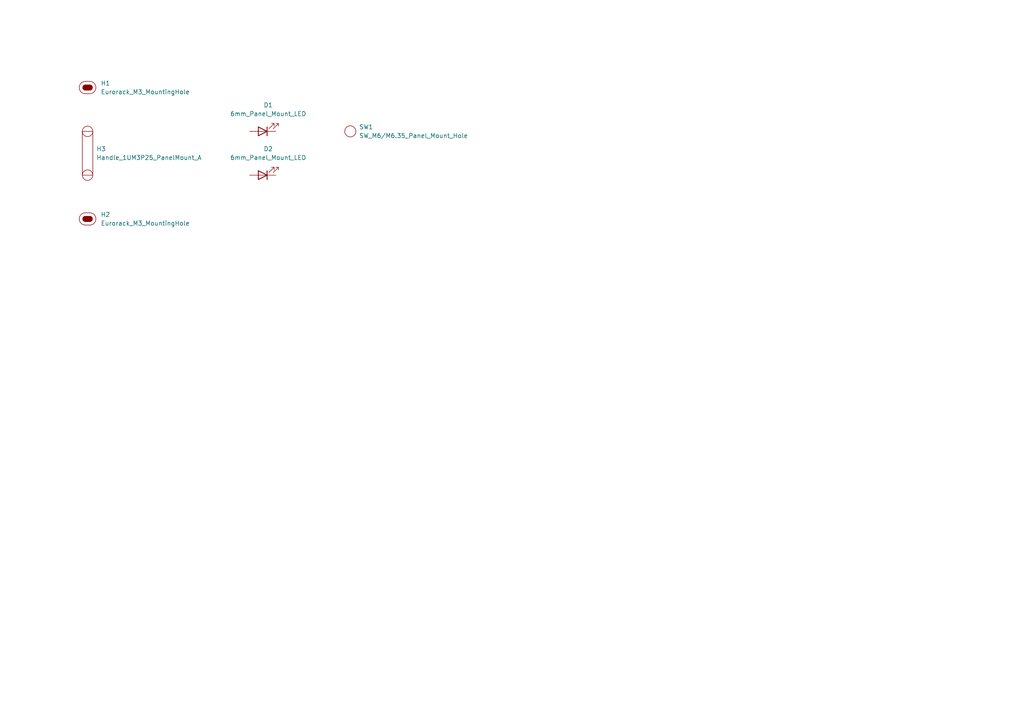
<source format=kicad_sch>
(kicad_sch (version 20250114) (generator "eeschema") (generator_version "9.0")
  (paper "A4")
  (lib_symbols
    (symbol "EXC:6mm_Panel_Mount_LED" (pin_numbers (hide yes)) (pin_names (offset 1.016) (hide yes))
      (property "Reference" "D" (at 0 2.54 0))
      (property "Value" "6mm_Panel_Mount_LED" (at 0 -3.556 0))
      (symbol "6mm_Panel_Mount_LED_0_1"
        (polyline (pts (xy -1.27 1.27) (xy -1.27 -1.27) (xy 1.27 0) (xy -1.27 1.27)) (stroke (width 0.254)))
        (polyline (pts (xy 1.27 1.27) (xy 1.27 -1.27)) (stroke (width 0.254)))
        (polyline (pts (xy 1.27 0) (xy -1.27 0)))
        (polyline (pts (xy 1.778 0.762) (xy 3.302 2.286) (xy 2.54 2.286) (xy 3.302 2.286) (xy 3.302 1.524)))
        (polyline (pts (xy 3.048 0.762) (xy 4.572 2.286) (xy 3.81 2.286) (xy 4.572 2.286) (xy 4.572 1.524)))
      )
      (symbol "6mm_Panel_Mount_LED_1_1"
        (pin passive line (at -3.81 0 0) (length 2.54) (name "A") (number "2"))
        (pin passive line (at 3.81 0 180) (length 2.54) (name "K") (number "1"))
      )
    )
    (symbol "EXC:Eurorack_M3_MountingHole" (pin_names (offset 1.016))
      (property "Reference" "H" (at 0 5.08 0))
      (property "Value" "Eurorack_M3_MountingHole" (at 0 3.175 0))
      (symbol "Eurorack_M3_MountingHole_0_1"
        (polyline (pts (xy -0.635 0.762) (xy 0.635 0.762)))
        (circle (center -0.635 0) (radius 0.762) (fill (type outline)))
        (arc (start -0.635 -0.762) (mid -1.397 0) (end -0.635 0.762))
        (arc (start -0.635 -1.778) (mid -2.413 0) (end -0.635 1.778))
        (polyline (pts (xy -0.635 -0.762) (xy 0.635 -0.762)))
        (polyline (pts (xy -0.635 -1.778) (xy 0.635 -1.778)))
        (circle (center 0 0) (radius 0.762) (fill (type outline)))
        (polyline (pts (xy 0.635 1.778) (xy -0.635 1.778)))
        (arc (start 0.6141 1.778) (mid 2.4131 0) (end 0.6141 -1.778))
        (arc (start 0.6227 0.762) (mid 1.3971 0) (end 0.6227 -0.762))
        (circle (center 0.635 0) (radius 0.762) (fill (type outline)))
      )
    )
    (symbol "EXC:Handle_1UM3P25_A"
      (property "Reference" "H" (at 0 -6.35 0))
      (property "Value" "Handle_1UM3P25_PanelMount_A" (at 0.254 -17.018 0))
      (symbol "Handle_1UM3P25_A_0_1"
        (rectangle (start -1.524 0) (end 1.524 -12.7))
        (circle (center 0 0) (radius 1.524))
        (circle (center 0 -12.7) (radius 1.524))
      )
    )
    (symbol "EXC:SW_M6/6.35_Panel_Mount_Hole" (pin_names (offset 0) (hide yes))
      (property "Reference" "SW" (at 0 3.175 0))
      (property "Value" "SW_M6/M6.35_Panel_Mount_Hole" (at 0 -2.794 0))
      (symbol "SW_M6/6.35_Panel_Mount_Hole_0_0"
        (circle (center 0 0) (radius 1.6129))
      )
    )
  )
  (symbol (lib_id "EXC:6mm_Panel_Mount_LED") (at 76.2 38.1 0) (unit 1)
    (property "Reference" "D1" (at 77.7875 30.48 0))
    (property "Value" "6mm_Panel_Mount_LED" (at 77.7875 33.02 0))
    (property "Footprint" "EXC:6mm_Panel_Mount_LED" (effects (hide yes)))
    (property "Description" "Light emitting diode" (effects (hide yes)))
  )
  (symbol (lib_id "EXC:Eurorack_M3_MountingHole") (at 25.4 25.4 0) (unit 1)
    (property "Reference" "H1" (at 29.21 24.1299 0) (effects (justify left)))
    (property "Value" "Eurorack_M3_MountingHole" (at 29.21 26.6699 0) (effects (justify left)))
    (property "Footprint" "EXC:MountingHole_3.2mm_M3" (effects (hide yes)))
    (property "Description" "Mounting Hole without connection" (effects (hide yes)))
  )
  (symbol (lib_id "EXC:Handle_1UM3P25_A") (at 25.4 38.1 0) (unit 1)
    (property "Reference" "H3" (at 27.94 43.1799 0) (effects (justify left)))
    (property "Value" "Handle_1UM3P25_PanelMount_A" (at 27.94 45.7199 0) (effects (justify left)))
    (property "Footprint" "EXC:Handle_1UM3P25_A" (effects (hide yes)))
  )
  (symbol (lib_id "EXC:Eurorack_M3_MountingHole") (at 25.4 63.5 0) (unit 1)
    (property "Reference" "H2" (at 29.21 62.2299 0) (effects (justify left)))
    (property "Value" "Eurorack_M3_MountingHole" (at 29.21 64.7699 0) (effects (justify left)))
    (property "Footprint" "EXC:MountingHole_3.2mm_M3" (effects (hide yes)))
    (property "Description" "Mounting Hole without connection" (effects (hide yes)))
  )
  (symbol (lib_id "EXC:SW_M6/6.35_Panel_Mount_Hole") (at 101.6 38.1 0) (unit 1)
    (property "Reference" "SW1" (at 104.14 36.8299 0) (effects (justify left)))
    (property "Value" "SW_M6/M6.35_Panel_Mount_Hole" (at 104.14 39.3699 0) (effects (justify left)))
    (property "Footprint" "EXC:SW_M6-M6.35_Panel_Mount_Hole" (effects (hide yes)))
    (property "Datasheet" "https://ae01.alicdn.com/kf/S30ba4cd8ca6748179fcb108112fb1d3fP.jpg" (effects (hide yes)))
    (property "Description" "Hole for the top of the panel of the switch so it allows space for the M6-ish nut to sit inside" (effects (hide yes)))
    (property "Source" "https://www.aliexpress.com/item/4000512396094.html" (effects (hide yes)))
  )
  (symbol (lib_id "EXC:6mm_Panel_Mount_LED") (at 76.2 50.8 0) (unit 1)
    (property "Reference" "D2" (at 77.7875 43.18 0))
    (property "Value" "6mm_Panel_Mount_LED" (at 77.7875 45.72 0))
    (property "Footprint" "EXC:6mm_Panel_Mount_LED" (effects (hide yes)))
    (property "Description" "Light emitting diode" (effects (hide yes)))
  )
)
</source>
